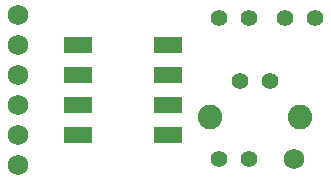
<source format=gts>
G04 ---------------------------- Layer name :TOP SOLDER LAYER*
G04 easyEDA 0.1*
G04 Scale: 100 percent, Rotated: No, Reflected: No *
G04 Dimensions in inches *
G04 leading zeros omitted , absolute positions ,2 integer and 4 * 
%FSLAX24Y24*%
%MOIN*%
G90*
G70D02*

%ADD11R,0.093900X0.055700*%
%ADD12C,0.055000*%
%ADD14C,0.082000*%
%ADD16C,0.068000*%

%LPD*%
G54D11*
G01X2500Y4500D03*
G01X2500Y3500D03*
G01X5500Y3500D03*
G01X5500Y4500D03*
G01X2500Y2500D03*
G01X2500Y1500D03*
G01X5500Y2500D03*
G01X5500Y1500D03*
G54D12*
G01X9389Y5369D03*
G01X10389Y5369D03*
G54D14*
G01X9900Y2100D03*
G01X6900Y2100D03*
G54D12*
G01X7889Y3269D03*
G01X8889Y3269D03*
G01X7189Y669D03*
G01X8189Y669D03*
G01X7189Y5369D03*
G01X8189Y5369D03*
G54D16*
G01X500Y500D03*
G01X500Y5500D03*
G01X500Y3500D03*
G01X500Y2500D03*
G01X500Y1500D03*
G01X500Y4500D03*
G01X9700Y700D03*

M00*
M02*
</source>
